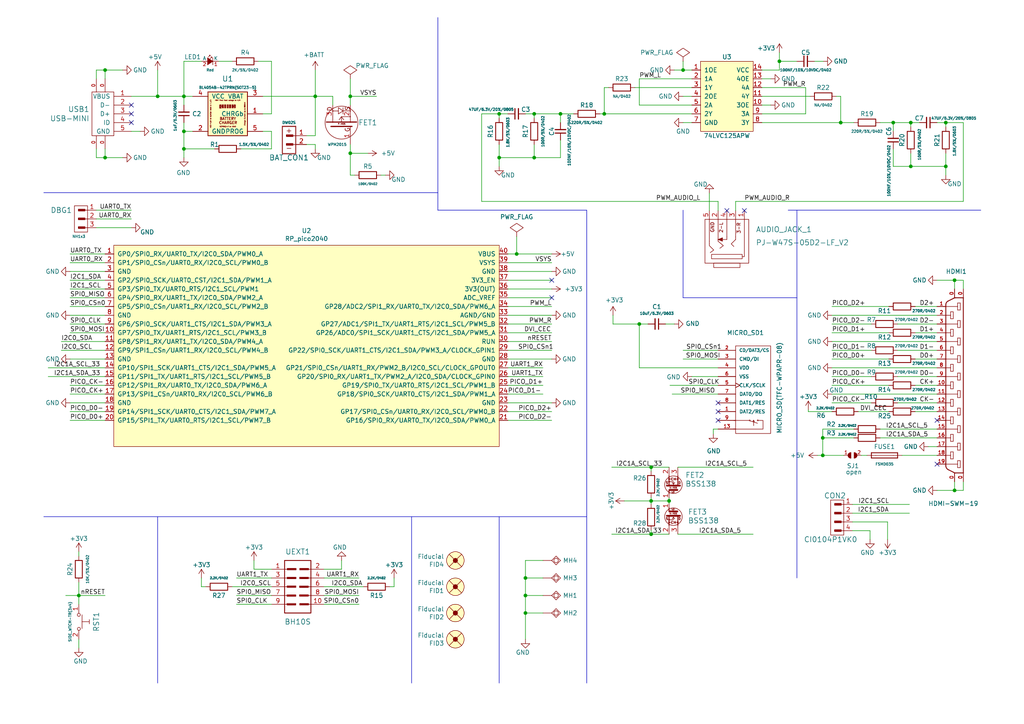
<source format=kicad_sch>
(kicad_sch (version 20230121) (generator eeschema)
  (paper "A4")
  (title_block (title "RP2040+") (date "2021-03-08") (rev "B") (company "OLIMEX, LTD") (comment 1 "(c) 2021"))
  (junction (at 101.6 27.94))
  (junction (at 264.16 48.26))
  (junction (at 144.78 45.72))
  (junction (at 149.86 73.66))
  (junction (at 101.6 44.45))
  (junction (at 22.86 172.72))
  (junction (at 243.84 35.56))
  (junction (at 274.32 35.56))
  (junction (at 188.849 154.94))
  (junction (at 152.4 172.72))
  (junction (at 152.4 167.64))
  (junction (at 30.48 45.72))
  (junction (at 194.056 145.288))
  (junction (at 226.06 17.78))
  (junction (at 162.56 33.02))
  (junction (at 188.849 145.288))
  (junction (at 185.42 93.98))
  (junction (at 188.849 135.509))
  (junction (at 175.26 33.02))
  (junction (at 238.633 132.08))
  (junction (at 276.86 142.24))
  (junction (at 198.12 20.32))
  (junction (at 259.08 35.56))
  (junction (at 154.94 33.02))
  (junction (at 30.48 20.32))
  (junction (at 276.86 81.28))
  (junction (at 154.94 45.72))
  (junction (at 53.34 43.18))
  (junction (at 144.78 33.02))
  (junction (at 45.72 27.94))
  (junction (at 274.32 48.26))
  (junction (at 264.16 35.56))
  (junction (at 53.34 27.94))
  (junction (at 238.633 127))
  (junction (at 152.4 177.8))
  (junction (at 91.44 27.94))
  (junction (at 53.34 38.1))
  (no_connect (at 208.28 121.92))
  (no_connect (at 160.02 81.28))
  (no_connect (at 208.28 116.84))
  (no_connect (at 215.9 61.087))
  (no_connect (at 160.02 86.36))
  (no_connect (at 210.82 61.087))
  (no_connect (at 38.1 35.56))
  (no_connect (at 38.1 30.48))
  (no_connect (at 271.78 121.92))
  (no_connect (at 38.1 33.02))
  (no_connect (at 271.78 134.62))
  (no_connect (at 208.28 119.38))
  (wire (pts (xy 276.86 81.28) (xy 271.78 81.28)))
  (wire (pts (xy 30.48 45.72) (xy 35.56 45.72)))
  (wire (pts (xy 271.78 96.52) (xy 265.43 96.52)))
  (wire (pts (xy 27.94 45.72) (xy 30.48 45.72)))
  (wire (pts (xy 274.32 36.83) (xy 274.32 35.56)))
  (wire (pts (xy 175.26 25.4) (xy 175.26 33.02)))
  (wire (pts (xy 193.04 93.98) (xy 195.58 93.98)))
  (wire (pts (xy 194.056 135.509) (xy 188.849 135.509)))
  (wire (pts (xy 237.109 132.08) (xy 238.633 132.08)))
  (polyline (pts (xy 170.18 60.96) (xy 127 60.96)))
  (wire (pts (xy 20.32 121.92) (xy 30.48 121.92)))
  (wire (pts (xy 147.32 88.9) (xy 160.02 88.9)))
  (wire (pts (xy 236.22 17.78) (xy 238.76 17.78)))
  (wire (pts (xy 96.52 30.48) (xy 96.52 27.94)))
  (wire (pts (xy 200.66 22.86) (xy 185.42 22.86)))
  (wire (pts (xy 147.32 101.6) (xy 160.02 101.6)))
  (wire (pts (xy 200.66 30.48) (xy 185.42 30.48)))
  (wire (pts (xy 185.42 22.86) (xy 185.42 30.48)))
  (wire (pts (xy 252.73 109.22) (xy 241.3 109.22)))
  (wire (pts (xy 147.32 83.82) (xy 160.02 83.82)))
  (wire (pts (xy 220.98 35.56) (xy 243.84 35.56)))
  (wire (pts (xy 27.94 20.32) (xy 30.48 20.32)))
  (wire (pts (xy 226.06 17.78) (xy 226.06 15.24)))
  (wire (pts (xy 101.6 41.91) (xy 101.6 44.45)))
  (wire (pts (xy 78.74 167.64) (xy 68.58 167.64)))
  (wire (pts (xy 257.81 96.52) (xy 241.3 96.52)))
  (wire (pts (xy 252.73 93.98) (xy 241.3 93.98)))
  (wire (pts (xy 30.48 20.32) (xy 35.56 20.32)))
  (wire (pts (xy 259.08 43.18) (xy 259.08 48.26)))
  (wire (pts (xy 152.4 33.02) (xy 154.94 33.02)))
  (wire (pts (xy 196.596 135.509) (xy 218.44 135.509)))
  (wire (pts (xy 226.06 20.32) (xy 226.06 17.78)))
  (wire (pts (xy 104.14 175.26) (xy 93.98 175.26)))
  (wire (pts (xy 274.32 48.26) (xy 274.32 44.45)))
  (wire (pts (xy 264.16 35.56) (xy 259.08 35.56)))
  (wire (pts (xy 53.34 27.94) (xy 45.72 27.94)))
  (wire (pts (xy 27.94 60.96) (xy 38.1 60.96)))
  (wire (pts (xy 188.849 135.509) (xy 188.849 136.652)))
  (wire (pts (xy 113.03 170.18) (xy 114.3 170.18)))
  (wire (pts (xy 152.4 177.8) (xy 152.4 185.42)))
  (polyline (pts (xy 45.72 149.86) (xy 45.72 198.12)))
  (wire (pts (xy 147.32 104.14) (xy 160.02 104.14)))
  (wire (pts (xy 58.42 17.78) (xy 53.34 17.78)))
  (wire (pts (xy 144.78 45.72) (xy 144.78 48.26)))
  (wire (pts (xy 91.44 41.91) (xy 91.44 43.18)))
  (wire (pts (xy 144.78 45.72) (xy 144.78 41.91)))
  (wire (pts (xy 30.48 101.6) (xy 17.78 101.6)))
  (wire (pts (xy 208.28 109.22) (xy 200.66 109.22)))
  (wire (pts (xy 274.32 35.56) (xy 271.78 35.56)))
  (wire (pts (xy 53.34 38.1) (xy 53.34 43.18)))
  (wire (pts (xy 106.68 44.45) (xy 101.6 44.45)))
  (wire (pts (xy 114.3 170.18) (xy 114.3 167.64)))
  (wire (pts (xy 276.86 139.7) (xy 276.86 142.24)))
  (wire (pts (xy 271.78 106.68) (xy 241.3 106.68)))
  (wire (pts (xy 20.32 116.84) (xy 30.48 116.84)))
  (wire (pts (xy 20.32 81.28) (xy 30.48 81.28)))
  (wire (pts (xy 147.32 93.98) (xy 160.02 93.98)))
  (wire (pts (xy 247.65 124.46) (xy 238.633 124.46)))
  (wire (pts (xy 185.42 93.98) (xy 187.96 93.98)))
  (wire (pts (xy 271.78 101.6) (xy 260.35 101.6)))
  (wire (pts (xy 78.74 33.02) (xy 78.74 17.78)))
  (wire (pts (xy 69.85 43.18) (xy 78.74 43.18)))
  (wire (pts (xy 198.12 27.94) (xy 200.66 27.94)))
  (wire (pts (xy 149.86 68.58) (xy 149.86 73.66)))
  (wire (pts (xy 20.32 93.98) (xy 30.48 93.98)))
  (wire (pts (xy 252.349 153.924) (xy 252.349 156.464)))
  (wire (pts (xy 188.849 146.177) (xy 188.849 145.288)))
  (wire (pts (xy 157.48 162.56) (xy 152.4 162.56)))
  (wire (pts (xy 27.94 43.18) (xy 27.94 45.72)))
  (wire (pts (xy 238.633 132.08) (xy 244.729 132.08)))
  (wire (pts (xy 27.94 66.04) (xy 38.1 66.04)))
  (wire (pts (xy 78.74 175.26) (xy 68.58 175.26)))
  (wire (pts (xy 22.86 172.72) (xy 30.48 172.72)))
  (wire (pts (xy 259.08 48.26) (xy 264.16 48.26)))
  (wire (pts (xy 78.74 172.72) (xy 68.58 172.72)))
  (wire (pts (xy 200.66 35.56) (xy 198.12 35.56)))
  (polyline (pts (xy 170.18 60.96) (xy 170.18 198.12)))
  (wire (pts (xy 188.849 144.272) (xy 188.849 145.288)))
  (wire (pts (xy 67.31 170.18) (xy 78.74 170.18)))
  (wire (pts (xy 154.94 33.02) (xy 162.56 33.02)))
  (polyline (pts (xy 198.12 86.36) (xy 231.14 86.36)))
  (wire (pts (xy 279.4 139.7) (xy 279.4 142.24)))
  (wire (pts (xy 196.596 154.94) (xy 218.44 154.94)))
  (wire (pts (xy 154.94 45.72) (xy 154.94 41.91)))
  (wire (pts (xy 99.06 165.1) (xy 99.06 162.56)))
  (wire (pts (xy 177.8 91.44) (xy 177.8 93.98)))
  (wire (pts (xy 139.7 58.42) (xy 208.28 58.42)))
  (wire (pts (xy 252.73 116.84) (xy 241.3 116.84)))
  (wire (pts (xy 274.32 48.26) (xy 274.32 50.8)))
  (wire (pts (xy 198.12 20.32) (xy 195.58 20.32)))
  (wire (pts (xy 208.28 58.42) (xy 208.28 61.087)))
  (wire (pts (xy 208.28 104.14) (xy 198.12 104.14)))
  (wire (pts (xy 91.44 20.32) (xy 91.44 27.94)))
  (wire (pts (xy 264.16 48.26) (xy 274.32 48.26)))
  (wire (pts (xy 279.4 83.82) (xy 279.4 81.28)))
  (wire (pts (xy 177.8 93.98) (xy 185.42 93.98)))
  (wire (pts (xy 58.42 167.64) (xy 58.42 170.18)))
  (wire (pts (xy 27.94 22.86) (xy 27.94 20.32)))
  (wire (pts (xy 91.44 27.94) (xy 76.2 27.94)))
  (wire (pts (xy 78.74 43.18) (xy 78.74 38.1)))
  (wire (pts (xy 259.08 35.56) (xy 255.27 35.56)))
  (wire (pts (xy 274.32 35.56) (xy 279.4 35.56)))
  (wire (pts (xy 213.36 58.42) (xy 279.4 58.42)))
  (wire (pts (xy 53.34 30.48) (xy 53.34 27.94)))
  (wire (pts (xy 271.78 99.06) (xy 241.3 99.06)))
  (wire (pts (xy 147.32 78.74) (xy 160.02 78.74)))
  (wire (pts (xy 279.4 81.28) (xy 276.86 81.28)))
  (wire (pts (xy 213.36 58.42) (xy 213.36 61.087)))
  (wire (pts (xy 208.28 106.68) (xy 185.42 106.68)))
  (wire (pts (xy 20.32 111.76) (xy 30.48 111.76)))
  (wire (pts (xy 175.26 33.02) (xy 200.66 33.02)))
  (wire (pts (xy 220.98 33.02) (xy 233.68 33.02)))
  (polyline (pts (xy 198.12 60.96) (xy 198.12 86.36)))
  (wire (pts (xy 19.05 172.72) (xy 22.86 172.72)))
  (wire (pts (xy 20.32 104.14) (xy 30.48 104.14)))
  (wire (pts (xy 175.26 25.4) (xy 176.53 25.4)))
  (wire (pts (xy 147.32 76.2) (xy 160.02 76.2)))
  (wire (pts (xy 257.81 88.9) (xy 241.3 88.9)))
  (wire (pts (xy 255.27 124.46) (xy 271.78 124.46)))
  (wire (pts (xy 20.32 83.82) (xy 30.48 83.82)))
  (wire (pts (xy 20.32 114.3) (xy 30.48 114.3)))
  (wire (pts (xy 154.94 45.72) (xy 144.78 45.72)))
  (wire (pts (xy 147.32 114.3) (xy 157.48 114.3)))
  (wire (pts (xy 259.08 35.56) (xy 259.08 38.1)))
  (wire (pts (xy 271.78 104.14) (xy 265.43 104.14)))
  (wire (pts (xy 194.31 111.76) (xy 208.28 111.76)))
  (wire (pts (xy 22.86 172.72) (xy 22.86 175.26)))
  (wire (pts (xy 264.16 36.83) (xy 264.16 35.56)))
  (wire (pts (xy 271.78 129.54) (xy 269.24 129.54)))
  (wire (pts (xy 194.056 144.399) (xy 194.056 145.288)))
  (wire (pts (xy 101.6 44.45) (xy 101.6 50.8)))
  (wire (pts (xy 242.57 27.94) (xy 243.84 27.94)))
  (wire (pts (xy 181.102 145.288) (xy 188.849 145.288)))
  (wire (pts (xy 238.633 127) (xy 238.633 132.08)))
  (wire (pts (xy 20.32 119.38) (xy 30.48 119.38)))
  (wire (pts (xy 144.78 33.02) (xy 139.7 33.02)))
  (wire (pts (xy 139.7 33.02) (xy 139.7 58.42)))
  (wire (pts (xy 154.94 34.29) (xy 154.94 33.02)))
  (wire (pts (xy 206.883 124.46) (xy 206.883 125.857)))
  (wire (pts (xy 38.1 38.1) (xy 40.64 38.1)))
  (wire (pts (xy 91.44 27.94) (xy 96.52 27.94)))
  (wire (pts (xy 20.32 76.2) (xy 30.48 76.2)))
  (wire (pts (xy 261.62 132.08) (xy 271.78 132.08)))
  (wire (pts (xy 20.32 96.52) (xy 30.48 96.52)))
  (wire (pts (xy 27.94 63.5) (xy 38.1 63.5)))
  (wire (pts (xy 243.84 27.94) (xy 243.84 35.56)))
  (wire (pts (xy 238.633 124.46) (xy 238.633 127)))
  (wire (pts (xy 78.74 17.78) (xy 74.93 17.78)))
  (wire (pts (xy 30.48 43.18) (xy 30.48 45.72)))
  (wire (pts (xy 101.6 50.8) (xy 102.87 50.8)))
  (wire (pts (xy 162.56 33.02) (xy 162.56 35.56)))
  (wire (pts (xy 220.98 30.48) (xy 223.52 30.48)))
  (wire (pts (xy 185.42 106.68) (xy 185.42 93.98)))
  (wire (pts (xy 53.34 17.78) (xy 53.34 27.94)))
  (wire (pts (xy 198.12 17.78) (xy 198.12 20.32)))
  (wire (pts (xy 162.56 45.72) (xy 154.94 45.72)))
  (polyline (pts (xy 127 5.08) (xy 127 60.96)))
  (wire (pts (xy 101.6 27.94) (xy 109.22 27.94)))
  (wire (pts (xy 78.74 38.1) (xy 76.2 38.1)))
  (wire (pts (xy 147.32 99.06) (xy 160.02 99.06)))
  (wire (pts (xy 162.56 33.02) (xy 166.37 33.02)))
  (wire (pts (xy 20.32 78.74) (xy 30.48 78.74)))
  (wire (pts (xy 208.28 101.6) (xy 198.12 101.6)))
  (wire (pts (xy 53.34 43.18) (xy 62.23 43.18)))
  (wire (pts (xy 147.32 81.28) (xy 160.02 81.28)))
  (wire (pts (xy 266.7 35.56) (xy 264.16 35.56)))
  (wire (pts (xy 149.86 73.66) (xy 160.02 73.66)))
  (wire (pts (xy 20.32 73.66) (xy 30.48 73.66)))
  (wire (pts (xy 276.86 83.82) (xy 276.86 81.28)))
  (wire (pts (xy 147.32 91.44) (xy 160.02 91.44)))
  (wire (pts (xy 220.98 20.32) (xy 226.06 20.32)))
  (wire (pts (xy 38.1 27.94) (xy 45.72 27.94)))
  (wire (pts (xy 271.78 111.76) (xy 265.43 111.76)))
  (wire (pts (xy 271.78 114.3) (xy 241.3 114.3)))
  (wire (pts (xy 188.849 154.94) (xy 177.419 154.94)))
  (wire (pts (xy 53.34 35.56) (xy 53.34 38.1)))
  (wire (pts (xy 247.269 146.304) (xy 263.779 146.304)))
  (wire (pts (xy 157.48 106.68) (xy 147.32 106.68)))
  (wire (pts (xy 144.78 34.29) (xy 144.78 33.02)))
  (wire (pts (xy 276.86 142.24) (xy 271.78 142.24)))
  (wire (pts (xy 188.849 145.288) (xy 194.056 145.288)))
  (wire (pts (xy 45.72 27.94) (xy 45.72 20.32)))
  (wire (pts (xy 91.44 39.37) (xy 91.44 27.94)))
  (wire (pts (xy 247.269 148.844) (xy 263.779 148.844)))
  (polyline (pts (xy 170.18 149.86) (xy 12.7 149.86)))
  (wire (pts (xy 271.78 116.84) (xy 260.35 116.84)))
  (wire (pts (xy 223.52 22.86) (xy 220.98 22.86)))
  (wire (pts (xy 13.97 109.22) (xy 30.48 109.22)))
  (wire (pts (xy 264.16 48.26) (xy 264.16 44.45)))
  (polyline (pts (xy 231.14 60.96) (xy 231.14 167.64)))
  (wire (pts (xy 91.44 39.37) (xy 88.9 39.37)))
  (wire (pts (xy 104.14 172.72) (xy 93.98 172.72)))
  (wire (pts (xy 22.86 185.42) (xy 22.86 187.96)))
  (wire (pts (xy 147.32 116.84) (xy 160.02 116.84)))
  (wire (pts (xy 78.74 165.1) (xy 73.66 165.1)))
  (wire (pts (xy 220.98 27.94) (xy 234.95 27.94)))
  (wire (pts (xy 184.15 25.4) (xy 200.66 25.4)))
  (wire (pts (xy 58.42 170.18) (xy 59.69 170.18)))
  (wire (pts (xy 152.4 162.56) (xy 152.4 167.64)))
  (wire (pts (xy 13.97 106.68) (xy 30.48 106.68)))
  (wire (pts (xy 243.84 35.56) (xy 247.65 35.56)))
  (wire (pts (xy 157.48 109.22) (xy 147.32 109.22)))
  (wire (pts (xy 152.4 172.72) (xy 152.4 177.8)))
  (wire (pts (xy 233.68 25.4) (xy 233.68 33.02)))
  (wire (pts (xy 248.92 119.38) (xy 257.81 119.38)))
  (polyline (pts (xy 228.6 60.96) (xy 284.48 60.96)))
  (wire (pts (xy 205.74 56.007) (xy 205.74 61.087)))
  (wire (pts (xy 22.86 160.02) (xy 22.86 161.29)))
  (wire (pts (xy 208.28 124.46) (xy 206.883 124.46)))
  (wire (pts (xy 194.056 154.94) (xy 188.849 154.94)))
  (wire (pts (xy 162.56 40.64) (xy 162.56 45.72)))
  (wire (pts (xy 93.98 170.18) (xy 105.41 170.18)))
  (wire (pts (xy 279.4 142.24) (xy 276.86 142.24)))
  (wire (pts (xy 241.3 119.38) (xy 234.442 119.38)))
  (wire (pts (xy 73.66 165.1) (xy 73.66 162.56)))
  (wire (pts (xy 147.32 96.52) (xy 160.02 96.52)))
  (wire (pts (xy 147.32 119.38) (xy 160.02 119.38)))
  (wire (pts (xy 234.442 119.38) (xy 234.442 118.872)))
  (wire (pts (xy 30.48 99.06) (xy 17.78 99.06)))
  (wire (pts (xy 55.88 38.1) (xy 53.34 38.1)))
  (wire (pts (xy 157.48 167.64) (xy 152.4 167.64)))
  (wire (pts (xy 104.14 167.64) (xy 93.98 167.64)))
  (wire (pts (xy 93.98 165.1) (xy 99.06 165.1)))
  (wire (pts (xy 30.48 22.86) (xy 30.48 20.32)))
  (wire (pts (xy 271.78 88.9) (xy 265.43 88.9)))
  (polyline (pts (xy 119.38 149.86) (xy 119.38 198.12)))
  (wire (pts (xy 271.78 119.38) (xy 265.43 119.38)))
  (wire (pts (xy 55.88 27.94) (xy 53.34 27.94)))
  (wire (pts (xy 147.32 73.66) (xy 149.86 73.66)))
  (wire (pts (xy 247.269 151.384) (xy 257.429 151.384)))
  (wire (pts (xy 147.32 86.36) (xy 160.02 86.36)))
  (wire (pts (xy 252.73 101.6) (xy 241.3 101.6)))
  (wire (pts (xy 20.32 88.9) (xy 30.48 88.9)))
  (wire (pts (xy 194.945 114.3) (xy 208.28 114.3)))
  (wire (pts (xy 257.81 104.14) (xy 241.3 104.14)))
  (wire (pts (xy 22.86 168.91) (xy 22.86 172.72)))
  (wire (pts (xy 279.4 35.56) (xy 279.4 58.42)))
  (wire (pts (xy 20.32 91.44) (xy 30.48 91.44)))
  (wire (pts (xy 67.31 17.78) (xy 63.5 17.78)))
  (wire (pts (xy 194.056 145.288) (xy 194.056 146.05)))
  (wire (pts (xy 188.849 154.94) (xy 188.849 153.797)))
  (wire (pts (xy 76.2 33.02) (xy 78.74 33.02)))
  (wire (pts (xy 147.32 121.92) (xy 160.02 121.92)))
  (wire (pts (xy 53.34 43.18) (xy 53.34 45.72)))
  (wire (pts (xy 238.633 127) (xy 247.65 127)))
  (polyline (pts (xy 144.78 149.86) (xy 144.78 198.12)))
  (wire (pts (xy 271.78 93.98) (xy 260.35 93.98)))
  (wire (pts (xy 226.06 17.78) (xy 231.14 17.78)))
  (wire (pts (xy 20.32 86.36) (xy 30.48 86.36)))
  (wire (pts (xy 173.99 33.02) (xy 175.26 33.02)))
  (wire (pts (xy 157.48 177.8) (xy 152.4 177.8)))
  (wire (pts (xy 188.849 135.509) (xy 177.419 135.509)))
  (wire (pts (xy 255.27 127) (xy 271.78 127)))
  (wire (pts (xy 271.78 91.44) (xy 241.3 91.44)))
  (wire (pts (xy 157.48 111.76) (xy 147.32 111.76)))
  (wire (pts (xy 144.78 33.02) (xy 147.32 33.02)))
  (wire (pts (xy 247.269 153.924) (xy 252.349 153.924)))
  (wire (pts (xy 220.98 25.4) (xy 233.68 25.4)))
  (wire (pts (xy 200.66 20.32) (xy 198.12 20.32)))
  (wire (pts (xy 257.429 151.384) (xy 257.429 156.464)))
  (wire (pts (xy 249.809 132.08) (xy 251.46 132.08)))
  (polyline (pts (xy 127 55.88) (xy 12.7 55.88)))
  (wire (pts (xy 157.48 172.72) (xy 152.4 172.72)))
  (wire (pts (xy 101.6 30.48) (xy 101.6 27.94)))
  (wire (pts (xy 101.6 22.86) (xy 101.6 27.94)))
  (wire (pts (xy 257.81 111.76) (xy 241.3 111.76)))
  (wire (pts (xy 271.78 109.22) (xy 260.35 109.22)))
  (wire (pts (xy 88.9 41.91) (xy 91.44 41.91)))
  (wire (pts (xy 152.4 167.64) (xy 152.4 172.72)))
  (wire (pts (xy 110.49 50.8) (xy 111.76 50.8)))
  (label "PICO_D0-" (at 241.3 109.22 0))
  (label "D1-" (at 266.7 101.6 0))
  (label "UART1_TX" (at 157.48 109.22 180))
  (label "I2C1A_SDA_33" (at 15.621 109.22 0))
  (label "I2C1A_SCL_33" (at 178.689 135.509 0))
  (label "UART0_TX" (at 20.32 73.66 0))
  (label "D1+" (at 266.7 96.52 0))
  (label "UART1_RX" (at 157.48 106.68 180))
  (label "UART1_TX" (at 68.58 167.64 0))
  (label "UART0_RX" (at 38.1 63.5 180))
  (label "PWM_AUDIO_L" (at 203.2 58.42 180))
  (label "PWM_R" (at 233.68 25.4 180))
  (label "I2C0_SDA" (at 17.78 99.06 0))
  (label "PICO_D1+" (at 241.3 96.52 0))
  (label "SPI0_CSn0" (at 20.32 88.9 0))
  (label "CK+" (at 266.7 111.76 0))
  (label "PICO_D1+" (at 157.48 111.76 180))
  (label "UART1_RX" (at 104.14 167.64 180))
  (label "SPI0_CSn1" (at 150.241 101.6 0))
  (label "I2C0_SCL" (at 17.78 101.6 0))
  (label "I2C1A_SCL_5" (at 204.47 135.509 0))
  (label "D0-" (at 266.7 109.22 0))
  (label "SPI0_MISO" (at 68.58 172.72 0))
  (label "SPI0_MISO" (at 197.358 114.3 0))
  (label "SPI0_CSn0" (at 104.14 175.26 180))
  (label "PICO_D1-" (at 156.972 114.3 180))
  (label "CK-" (at 266.7 116.84 0))
  (label "SPI0_MOSI" (at 198.882 104.14 0))
  (label "PICO_D2+" (at 241.3 88.9 0))
  (label "PICO_CK-" (at 241.3 116.84 0))
  (label "PICO_D2-" (at 160.02 121.92 180))
  (label "PICO_CK+" (at 20.32 114.3 0))
  (label "I2C0_SCL" (at 78.613 170.18 180))
  (label "PICO_D2-" (at 241.3 93.98 0))
  (label "VSYS" (at 160.02 76.2 180))
  (label "UART0_TX" (at 38.1 60.96 180))
  (label "I2C1A_SDA_33" (at 178.435 154.94 0))
  (label "I2C1_SCL" (at 248.92 146.304 0))
  (label "SPI0_CLK" (at 199.644 111.76 0))
  (label "D2-" (at 266.7 93.98 0))
  (label "SPI0_MISO" (at 20.32 86.36 0))
  (label "SPI0_MOSI" (at 20.32 96.52 0))
  (label "I2C1_SDA" (at 20.32 81.28 0))
  (label "DVI_CEC" (at 152.019 96.52 0))
  (label "PICO_D1-" (at 241.3 101.6 0))
  (label "SPI0_MOSI" (at 104.14 172.72 180))
  (label "SPI0_CSn1" (at 199.009 101.6 0))
  (label "I2C1_SDA" (at 257.81 148.844 180))
  (label "I2C1A_SDA_5" (at 256.921 127 0))
  (label "D0+" (at 266.7 104.14 0))
  (label "VSYS" (at 109.22 27.94 180))
  (label "PICO_D0+" (at 20.32 121.92 0))
  (label "PICO_CK+" (at 241.3 111.76 0))
  (label "DVI_CEC" (at 249.428 119.38 0))
  (label "I2C1_SCL" (at 20.32 83.82 0))
  (label "UART0_RX" (at 20.32 76.2 0))
  (label "PICO_D0-" (at 20.32 119.38 0))
  (label "SPI0_CLK" (at 68.58 175.26 0))
  (label "I2C0_SDA" (at 105.156 170.18 180))
  (label "I2C1A_SCL_5" (at 256.921 124.46 0))
  (label "D2+" (at 266.7 88.9 0))
  (label "PWM_R" (at 160.02 93.98 180))
  (label "I2C1A_SDA_5" (at 202.692 154.94 0))
  (label "PICO_D0+" (at 241.3 104.14 0))
  (label "PICO_D2+" (at 160.02 119.38 180))
  (label "nRESET" (at 160.02 99.06 180))
  (label "I2C1A_SCL_33" (at 15.621 106.68 0))
  (label "SPI0_CLK" (at 20.32 93.98 0))
  (label "nRESET" (at 30.48 172.72 180))
  (label "PWM_L" (at 185.42 22.86 0))
  (label "PWM_L" (at 160.02 88.9 180))
  (label "PICO_CK-" (at 20.32 111.76 0))
  (label "PWM_AUDIO_R" (at 215.9 58.42 0))
  (symbol (lib_id "RP2040-PICO-PC_rev_B-rescue:MICRO_SD(TFC-WPAPR-08)-OLIMEX_Connectors") (at 215.9 114.3 0) (unit 1)
    (property "Reference" "MICRO_SD1" (at 210.82 96.52 0) (effects (justify left)))
    (property "Value" "MICRO_SD(TFC-WPAPR-08)" (at 226.06 125.73 90) (effects (justify left)))
    (property "Footprint" "OLIMEX_Connectors-FP:TFC-WPAPR-08" (effects hide))
  )
  (symbol (lib_id "RP2040-PICO-PC_rev_B-rescue:GND-OLIMEX_Power") (at 200.66 109.22 270) (unit 1)
    (property "Reference" "#PWR010" (effects hide))
    (property "Value" "GND" (at 197.4088 109.347 90) (effects (justify right)))
  )
  (symbol (lib_id "RP2040-PICO-PC_rev_B-rescue:C-OLIMEX_RCL") (at 190.5 93.98 270) (unit 1)
    (property "Reference" "C1" (at 190.5 88.9762 90))
    (property "Value" "10uF/6.3V/0603" (at 190.5 90.9066 90) (effects (font (size 0.762 0.762))))
    (property "Footprint" "OLIMEX_RLC-FP:C_0603_5MIL_DWS" (effects hide))
  )
  (symbol (lib_id "RP2040-PICO-PC_rev_B-rescue:+3.3V-OLIMEX_Power") (at 177.8 91.44 0) (unit 1)
    (property "Reference" "#PWR04" (effects hide))
    (property "Value" "+3.3V" (at 178.181 87.0458 0))
  )
  (symbol (lib_id "RP2040-PICO-PC_rev_B-rescue:Fiducial-OLIMEX_OTHER") (at 132.08 185.42 180) (unit 1)
    (property "Reference" "FID3" (at 128.8288 186.5884 0) (effects (justify left)))
    (property "Value" "Fiducial" (at 128.8288 184.277 0) (effects (justify left)))
    (property "Footprint" "OLIMEX_Other-FP:Fiducial1x3" (effects hide))
  )
  (symbol (lib_id "RP2040-PICO-PC_rev_B-rescue:R-OLIMEX_RCL") (at 256.54 109.22 0) (unit 1)
    (property "Reference" "R9" (at 252.73 107.95 0))
    (property "Value" "270R/0402" (at 262.89 107.95 0) (effects (font (size 0.762 0.762))))
    (property "Footprint" "OLIMEX_RLC-FP:R_0402_5MIL_DWS" (effects hide))
  )
  (symbol (lib_id "RP2040-PICO-PC_rev_B-rescue:Fiducial-OLIMEX_OTHER") (at 132.08 177.8 180) (unit 1)
    (property "Reference" "FID2" (at 128.8288 178.9684 0) (effects (justify left)))
    (property "Value" "Fiducial" (at 128.8288 176.657 0) (effects (justify left)))
    (property "Footprint" "OLIMEX_Other-FP:Fiducial1x3" (effects hide))
  )
  (symbol (lib_id "RP2040-PICO-PC_rev_B-rescue:Fiducial-OLIMEX_OTHER") (at 132.08 170.18 180) (unit 1)
    (property "Reference" "FID1" (at 128.8288 171.3484 0) (effects (justify left)))
    (property "Value" "Fiducial" (at 128.8288 169.037 0) (effects (justify left)))
    (property "Footprint" "OLIMEX_Other-FP:Fiducial1x3" (effects hide))
  )
  (symbol (lib_id "RP2040-PICO-PC_rev_B-rescue:R-OLIMEX_RCL") (at 261.62 104.14 0) (unit 1)
    (property "Reference" "R13" (at 256.54 105.41 0))
    (property "Value" "270R/0402" (at 267.97 105.41 0) (effects (font (size 0.762 0.762))))
    (property "Footprint" "OLIMEX_RLC-FP:R_0402_5MIL_DWS" (effects hide))
  )
  (symbol (lib_id "RP2040-PICO-PC_rev_B-rescue:GND-OLIMEX_Power") (at 195.58 93.98 90) (unit 1)
    (property "Reference" "#PWR011" (effects hide))
    (property "Value" "GND" (at 198.8312 93.853 90) (effects (justify right)))
  )
  (symbol (lib_id "RP2040-PICO-PC_rev_B-rescue:GND-OLIMEX_Power") (at 198.12 27.94 270) (mirror x) (unit 1)
    (property "Reference" "#PWR0107" (effects hide))
    (property "Value" "GND" (at 193.04 27.94 90))
  )
  (symbol (lib_id "RP2040-PICO-PC_rev_B-rescue:BH10S-OLIMEX_Connectors") (at 86.36 170.18 0) (unit 1)
    (property "Reference" "UEXT1" (at 86.36 160.02 0) (effects (font (size 1.524 1.524))))
    (property "Value" "BH10S" (at 86.36 180.34 0) (effects (font (size 1.524 1.524))))
    (property "Footprint" "OLIMEX_Connectors-FP:BH10S" (effects hide))
  )
  (symbol (lib_id "RP2040-PICO-PC_rev_B-rescue:R-OLIMEX_RCL") (at 256.54 116.84 0) (unit 1)
    (property "Reference" "R10" (at 252.603 115.062 0))
    (property "Value" "270R/0402" (at 262.509 115.824 0) (effects (font (size 0.762 0.762))))
    (property "Footprint" "OLIMEX_RLC-FP:R_0402_5MIL_DWS" (effects hide))
  )
  (symbol (lib_id "RP2040-PICO-PC_rev_B-rescue:74LVC125APW-OLIMEX_IC") (at 210.82 25.4 0) (unit 1)
    (property "Reference" "U3" (at 210.82 16.51 0))
    (property "Value" "74LVC125APW" (at 210.82 39.37 0))
    (property "Footprint" "OLIMEX_IC-FP:74LVC125A(TSSOP14-14_leads-4.4mm_body_width-SOT402-1)" (effects hide))
  )
  (symbol (lib_id "RP2040-PICO-PC_rev_B-rescue:CON3-OLIMEX_Connectors") (at 25.4 63.5 0) (unit 1)
    (property "Reference" "DBG1" (at 17.78 60.96 0) (effects (font (size 1.524 1.524))))
    (property "Value" "NH1x3" (at 22.86 68.58 0) (effects (font (size 0.762 0.762))))
    (property "Footprint" "OLIMEX_Connectors-FP:HN1x3" (effects hide))
  )
  (symbol (lib_id "RP2040-PICO-PC_rev_B-rescue:+3.3V-OLIMEX_Power") (at 226.06 15.24 0) (unit 1)
    (property "Reference" "#PWR032" (effects hide))
    (property "Value" "+3.3V" (at 222.25 13.97 0))
  )
  (symbol (lib_id "RP2040-PICO-PC_rev_B-rescue:GND-OLIMEX_Power") (at 198.12 35.56 270) (mirror x) (unit 1)
    (property "Reference" "#PWR031" (effects hide))
    (property "Value" "GND" (at 198.12 38.1 90))
  )
  (symbol (lib_id "RP2040-PICO-PC_rev_B-rescue:GND-OLIMEX_Power") (at 195.58 20.32 270) (mirror x) (unit 1)
    (property "Reference" "#PWR0108" (effects hide))
    (property "Value" "GND" (at 190.5 20.32 90))
  )
  (symbol (lib_id "RP2040-PICO-PC_rev_B-rescue:HDMI-SWM-19-OLIMEX_Connectors") (at 276.86 111.76 0) (mirror y) (unit 1)
    (property "Reference" "HDMI1" (at 274.32 78.74 0) (effects (justify right)))
    (property "Value" "HDMI-SWM-19" (at 269.24 146.05 0) (effects (justify right)))
    (property "Footprint" "OLIMEX_Connectors-FP:HDMI-SWM-19-TEST" (effects hide))
  )
  (symbol (lib_id "RP2040-PICO-PC_rev_B-rescue:+3.3V-OLIMEX_Power") (at 73.66 162.56 0) (unit 1)
    (property "Reference" "#PWR028" (effects hide))
    (property "Value" "+3.3V" (at 73.66 158.75 0))
  )
  (symbol (lib_id "RP2040-PICO-PC_rev_B-rescue:R-OLIMEX_RCL") (at 261.62 88.9 0) (unit 1)
    (property "Reference" "R11" (at 256.54 90.17 0))
    (property "Value" "270R/0402" (at 267.97 90.17 0) (effects (font (size 0.762 0.762))))
    (property "Footprint" "OLIMEX_RLC-FP:R_0402_5MIL_DWS" (effects hide))
  )
  (symbol (lib_id "RP2040-PICO-PC_rev_B-rescue:GND-OLIMEX_Power") (at 241.3 114.3 270) (mirror x) (unit 1)
    (property "Reference" "#PWR022" (effects hide))
    (property "Value" "GND" (at 242.57 113.157 90))
  )
  (symbol (lib_id "RP2040-PICO-PC_rev_B-rescue:GND-OLIMEX_Power") (at 269.24 129.54 270) (mirror x) (unit 1)
    (property "Reference" "#PWR024" (effects hide))
    (property "Value" "GND" (at 264.16 129.54 90))
  )
  (symbol (lib_id "RP2040-PICO-PC_rev_B-rescue:GND-OLIMEX_Power") (at 241.3 106.68 270) (mirror x) (unit 1)
    (property "Reference" "#PWR021" (effects hide))
    (property "Value" "GND" (at 236.22 106.68 90))
  )
  (symbol (lib_id "RP2040-PICO-PC_rev_B-rescue:GND-OLIMEX_Power") (at 241.3 99.06 270) (mirror x) (unit 1)
    (property "Reference" "#PWR020" (effects hide))
    (property "Value" "GND" (at 236.22 99.06 90))
  )
  (symbol (lib_id "RP2040-PICO-PC_rev_B-rescue:GND-OLIMEX_Power") (at 160.02 91.44 90) (mirror x) (unit 1)
    (property "Reference" "#PWR027" (effects hide))
    (property "Value" "GND" (at 165.1 91.44 90))
  )
  (symbol (lib_id "RP2040-PICO-PC_rev_B-rescue:GND-OLIMEX_Power") (at 241.3 91.44 270) (mirror x) (unit 1)
    (property "Reference" "#PWR019" (effects hide))
    (property "Value" "GND" (at 236.22 91.44 90))
  )
  (symbol (lib_id "RP2040-PICO-PC_rev_B-rescue:GND-OLIMEX_Power") (at 271.78 81.28 270) (mirror x) (unit 1)
    (property "Reference" "#PWR025" (effects hide))
    (property "Value" "GND" (at 266.7 81.28 90))
  )
  (symbol (lib_id "RP2040-PICO-PC_rev_B-rescue:R-OLIMEX_RCL") (at 256.54 93.98 0) (unit 1)
    (property "Reference" "R7" (at 252.73 92.71 0))
    (property "Value" "270R/0402" (at 262.89 92.71 0) (effects (font (size 0.762 0.762))))
    (property "Footprint" "OLIMEX_RLC-FP:R_0402_5MIL_DWS" (effects hide))
  )
  (symbol (lib_id "RP2040-PICO-PC_rev_B-rescue:GND-OLIMEX_Power") (at 99.06 162.56 180) (unit 1)
    (property "Reference" "#PWR029" (effects hide))
    (property "Value" "GND" (at 96.52 158.75 0) (effects (justify right)))
  )
  (symbol (lib_id "RP2040-PICO-PC_rev_B-rescue:C-OLIMEX_RCL") (at 233.68 17.78 90) (mirror x) (unit 1)
    (property "Reference" "C5" (at 233.68 15.24 90))
    (property "Value" "100NF/10%/10VDC/0402" (at 233.68 20.32 90) (effects (font (size 0.762 0.762))))
    (property "Footprint" "OLIMEX_RLC-FP:C_0402_5MIL_DWS" (effects hide))
  )
  (symbol (lib_id "RP2040-PICO-PC_rev_B-rescue:GND-OLIMEX_Power") (at 223.52 22.86 90) (mirror x) (unit 1)
    (property "Reference" "#PWR0110" (effects hide))
    (property "Value" "GND" (at 228.6 22.86 90))
  )
  (symbol (lib_id "RP2040-PICO-PC_rev_B-rescue:GND-OLIMEX_Power") (at 271.78 142.24 270) (mirror x) (unit 1)
    (property "Reference" "#PWR026" (effects hide))
    (property "Value" "GND" (at 266.7 142.24 90))
  )
  (symbol (lib_id "RP2040-PICO-PC_rev_B-rescue:R-OLIMEX_RCL") (at 170.18 33.02 0) (unit 1)
    (property "Reference" "R18" (at 170.18 30.48 0))
    (property "Value" "220R/5%/0402" (at 170.18 35.56 0) (effects (font (size 0.762 0.762))))
    (property "Footprint" "OLIMEX_RLC-FP:R_0402_5MIL_DWS" (effects hide))
  )
  (symbol (lib_id "RP2040-PICO-PC_rev_B-rescue:R-OLIMEX_RCL") (at 261.62 96.52 0) (unit 1)
    (property "Reference" "R12" (at 256.54 97.79 0))
    (property "Value" "270R/0402" (at 267.97 97.79 0) (effects (font (size 0.762 0.762))))
    (property "Footprint" "OLIMEX_RLC-FP:R_0402_5MIL_DWS" (effects hide))
  )
  (symbol (lib_id "RP2040-PICO-PC_rev_B-rescue:GND-OLIMEX_Power") (at 223.52 30.48 90) (mirror x) (unit 1)
    (property "Reference" "#PWR0109" (effects hide))
    (property "Value" "GND" (at 228.6 30.48 90))
  )
  (symbol (lib_id "RP2040-PICO-PC_rev_B-rescue:R-OLIMEX_RCL") (at 256.54 101.6 0) (unit 1)
    (property "Reference" "R8" (at 252.73 100.33 0))
    (property "Value" "270R/0402" (at 262.89 100.33 0) (effects (font (size 0.762 0.762))))
    (property "Footprint" "OLIMEX_RLC-FP:R_0402_5MIL_DWS" (effects hide))
  )
  (symbol (lib_id "RP2040-PICO-PC_rev_B-rescue:GND-OLIMEX_Power") (at 20.32 78.74 270) (mirror x) (unit 1)
    (property "Reference" "#PWR012" (effects hide))
    (property "Value" "GND" (at 15.24 78.74 90))
  )
  (symbol (lib_id "RP2040-PICO-PC_rev_B-rescue:+5V-OLIMEX_Power") (at 160.02 73.66 270) (mirror x) (unit 1)
    (property "Reference" "#PWR03" (effects hide))
    (property "Value" "+5V" (at 162.56 73.66 90) (effects (justify left)))
  )
  (symbol (lib_id "RP2040-PICO-PC_rev_B-rescue:FSMD035-OLIMEX_Devices") (at 256.54 132.08 0) (unit 1)
    (property "Reference" "FUSE1" (at 256.54 129.54 0))
    (property "Value" "FSMD035" (at 256.54 134.62 0) (effects (font (size 0.762 0.762))))
    (property "Footprint" "OLIMEX_Devices-FP:FUSE-1206" (effects hide))
  )
  (symbol (lib_id "RP2040-PICO-PC_rev_B-rescue:C-OLIMEX_RCL") (at 162.56 38.1 0) (mirror x) (unit 1)
    (property "Reference" "C4" (at 160.02 38.1 90))
    (property "Value" "100NF/10%/10VDC/0402" (at 165.1 40.64 90) (effects (font (size 0.762 0.762))))
    (property "Footprint" "OLIMEX_RLC-FP:C_0402_5MIL_DWS" (effects hide))
  )
  (symbol (lib_id "RP2040-PICO-PC_rev_B-rescue:R-OLIMEX_RCL") (at 261.62 111.76 0) (unit 1)
    (property "Reference" "R14" (at 256.54 113.03 0))
    (property "Value" "270R/0402" (at 267.97 113.03 0) (effects (font (size 0.762 0.762))))
    (property "Footprint" "OLIMEX_RLC-FP:R_0402_5MIL_DWS" (effects hide))
  )
  (symbol (lib_id "RP2040-PICO-PC_rev_B-rescue:+5V-OLIMEX_Power") (at 237.109 132.08 90) (mirror x) (unit 1)
    (property "Reference" "#PWR023" (effects hide))
    (property "Value" "+5V" (at 233.299 132.08 90) (effects (justify left)))
  )
  (symbol (lib_id "RP2040-PICO-PC_rev_B-rescue:GND-OLIMEX_Power") (at 20.32 91.44 270) (mirror x) (unit 1)
    (property "Reference" "#PWR013" (effects hide))
    (property "Value" "GND" (at 15.24 91.44 90))
  )
  (symbol (lib_id "RP2040-PICO-PC_rev_B-rescue:GND-OLIMEX_Power") (at 20.32 116.84 270) (mirror x) (unit 1)
    (property "Reference" "#PWR015" (effects hide))
    (property "Value" "GND" (at 15.24 116.84 90))
  )
  (symbol (lib_id "RP2040-PICO-PC_rev_B-rescue:GND-OLIMEX_Power") (at 20.32 104.14 270) (mirror x) (unit 1)
    (property "Reference" "#PWR014" (effects hide))
    (property "Value" "GND" (at 15.24 104.14 90))
  )
  (symbol (lib_id "RP2040-PICO-PC_rev_B-rescue:USB-MINI-OLIMEX_Connectors") (at 30.48 33.02 0) (mirror y) (unit 1)
    (property "Reference" "USB1" (at 25.9842 31.6738 0) (effects (font (size 1.524 1.524)) (justify left)))
    (property "Value" "USB-MINI" (at 25.9842 34.3662 0) (effects (font (size 1.524 1.524)) (justify left)))
    (property "Footprint" "OLIMEX_Connectors-FP:USB-MICRO_MISB-SWMM-5B_LF" (effects hide))
  )
  (symbol (lib_id "RP2040-PICO-PC_rev_B-rescue:R-OLIMEX_RCL") (at 154.94 38.1 270) (mirror x) (unit 1)
    (property "Reference" "R17" (at 152.4 38.1 0))
    (property "Value" "100R/5%/0402" (at 157.48 38.1 0) (effects (font (size 0.762 0.762))))
    (property "Footprint" "OLIMEX_RLC-FP:R_0402_5MIL_DWS" (effects hide))
  )
  (symbol (lib_id "RP2040-PICO-PC_rev_B-rescue:GND-OLIMEX_Power") (at 160.02 104.14 90) (mirror x) (unit 1)
    (property "Reference" "#PWR017" (effects hide))
    (property "Value" "GND" (at 165.1 104.14 90))
  )
  (symbol (lib_id "RP2040-PICO-PC_rev_B-rescue:R-OLIMEX_RCL") (at 144.78 38.1 270) (mirror x) (unit 1)
    (property "Reference" "R16" (at 142.24 38.1 0))
    (property "Value" "1.8K/5%/0603 " (at 147.32 38.1 0) (effects (font (size 0.762 0.762))))
    (property "Footprint" "OLIMEX_RLC-FP:R_0603_5MIL_DWS" (effects hide))
  )
  (symbol (lib_id "RP2040-PICO-PC_rev_B-rescue:GND-OLIMEX_Power") (at 160.02 116.84 90) (mirror x) (unit 1)
    (property "Reference" "#PWR018" (effects hide))
    (property "Value" "GND" (at 165.1 116.84 90))
  )
  (symbol (lib_id "RP2040-PICO-PC_rev_B-rescue:+3.3V-OLIMEX_Power") (at 160.02 83.82 270) (unit 1)
    (property "Reference" "#PWR0111" (effects hide))
    (property "Value" "+3.3V" (at 166.37 83.82 90))
  )
  (symbol (lib_id "RP2040-PICO-PC_rev_B-rescue:GND-OLIMEX_Power") (at 160.02 78.74 90) (mirror x) (unit 1)
    (property "Reference" "#PWR016" (effects hide))
    (property "Value" "GND" (at 165.1 78.74 90))
  )
  (symbol (lib_id "RP2040-PICO-PC_rev_B-rescue:C-OLIMEX_RCL") (at 149.86 33.02 90) (mirror x) (unit 1)
    (property "Reference" "C3" (at 151.13 31.75 90) (effects (justify right)))
    (property "Value" "47UF/6.3V/20%/0805" (at 135.89 31.75 90) (effects (font (size 0.762 0.762)) (justify right)))
    (property "Footprint" "OLIMEX_RLC-FP:C_0805_5MIL_DWS" (effects hide))
  )
  (symbol (lib_id "RP2040-PICO-PC_rev_B-rescue:GND-OLIMEX_Power") (at 38.1 66.04 90) (unit 1)
    (property "Reference" "#PWR037" (effects hide))
    (property "Value" "GND" (at 40.64 67.31 90) (effects (justify right)))
  )
  (symbol (lib_id "RP2040-PICO-PC_rev_B-rescue:GND-OLIMEX_Power") (at 144.78 48.26 0) (mirror y) (unit 1)
    (property "Reference" "#PWR030" (effects hide))
    (property "Value" "GND" (at 147.32 50.8 0))
  )
  (symbol (lib_id "RP2040-PICO-PC_rev_B-rescue:SIDE_WTCM-TR(3x4)-OLIMEX_Buttons") (at 22.86 180.34 270) (unit 1)
    (property "Reference" "RST1" (at 27.94 180.34 0) (effects (font (size 1.524 1.524))))
    (property "Value" "SIDE_WTCM-TR(3x4)" (at 20.32 180.34 0) (effects (font (size 0.762 0.762))))
    (property "Footprint" "OLIMEX_Buttons-FP:TSW34-W16PR-220" (effects hide))
  )
  (symbol (lib_id "RP2040-PICO-PC_rev_B-rescue:R-OLIMEX_RCL") (at 22.86 165.1 270) (unit 1)
    (property "Reference" "R24" (at 20.32 165.1 0))
    (property "Value" "10K/5%/0402" (at 25.4 165.1 0) (effects (font (size 0.762 0.762))))
    (property "Footprint" "OLIMEX_RLC-FP:R_0402_5MIL_DWS" (effects hide))
  )
  (symbol (lib_id "RP2040-PICO-PC_rev_B-rescue:CON4-OLIMEX_Connectors") (at 244.729 148.844 0) (unit 1)
    (property "Reference" "CON2" (at 242.189 143.764 0) (effects (font (size 1.524 1.524))))
    (property "Value" "CI0104P1VK0" (at 240.919 156.464 0) (effects (font (size 1.524 1.524))))
    (property "Footprint" "OLIMEX_Connectors-FP:CL0104PV1K0" (effects hide))
  )
  (symbol (lib_id "RP2040-PICO-PC_rev_B-rescue:GND-OLIMEX_Power") (at 22.86 187.96 0) (unit 1)
    (property "Reference" "#PWR036" (effects hide))
    (property "Value" "GND" (at 25.4 191.77 0) (effects (justify right)))
  )
  (symbol (lib_id "RP2040-PICO-PC_rev_B-rescue:+3.3V-OLIMEX_Power") (at 22.86 160.02 0) (unit 1)
    (property "Reference" "#PWR035" (effects hide))
    (property "Value" "+3.3V" (at 22.86 156.21 0))
  )
  (symbol (lib_id "RP2040-PICO-PC_rev_B-rescue:GND-OLIMEX_Power") (at 252.349 156.464 0) (unit 1)
    (property "Reference" "#PWR038" (effects hide))
    (property "Value" "GND" (at 253.619 160.274 0) (effects (justify right)))
  )
  (symbol (lib_id "RP2040-PICO-PC_rev_B-rescue:Mounting_hole_Shield_3.3mm-OLIMEX_OTHER") (at 160.02 162.56 0) (unit 1)
    (property "Reference" "MH4" (at 163.2712 162.56 0) (effects (justify left)))
    (property "Value" "Mounting_hole_Shield_3.3mm" (effects hide))
    (property "Footprint" "OLIMEX_Other-FP:Mounting_hole_Shield_3.3mm" (effects hide))
  )
  (symbol (lib_id "RP2040-PICO-PC_rev_B-rescue:Mounting_hole_Shield_3.3mm-OLIMEX_OTHER") (at 160.02 167.64 0) (unit 1)
    (property "Reference" "MH3" (at 163.2712 167.64 0) (effects (justify left)))
    (property "Value" "Mounting_hole_Shield_3.3mm" (effects hide))
    (property "Footprint" "OLIMEX_Other-FP:Mounting_hole_Shield_3.3mm" (effects hide))
  )
  (symbol (lib_id "RP2040-PICO-PC_rev_B-rescue:Mounting_hole_Shield_3.3mm-OLIMEX_OTHER") (at 160.02 172.72 0) (unit 1)
    (property "Reference" "MH1" (at 163.2712 172.72 0) (effects (justify left)))
    (property "Value" "Mounting_hole_Shield_3.3mm" (effects hide))
    (property "Footprint" "OLIMEX_Other-FP:Mounting_hole_Shield_3.3mm" (effects hide))
  )
  (symbol (lib_id "RP2040-PICO-PC_rev_B-rescue:Mounting_hole_Shield_3.3mm-OLIMEX_OTHER") (at 160.02 177.8 0) (unit 1)
    (property "Reference" "MH2" (at 163.2712 177.8 0) (effects (justify left)))
    (property "Value" "Mounting_hole_Shield_3.3mm" (effects hide))
    (property "Footprint" "OLIMEX_Other-FP:Mounting_hole_Shield_3.3mm" (effects hide))
  )
  (symbol (lib_id "RP2040-PICO-PC_rev_B-rescue:R-OLIMEX_RCL") (at 238.76 27.94 180) (unit 1)
    (property "Reference" "R22" (at 238.76 25.4 0))
    (property "Value" "NA/0402" (at 238.76 30.48 0) (effects (font (size 0.762 0.762))))
    (property "Footprint" "OLIMEX_RLC-FP:R_0402_5MIL_DWS" (effects hide))
  )
  (symbol (lib_id "RP2040-PICO-PC_rev_B-rescue:R-OLIMEX_RCL") (at 180.34 25.4 0) (unit 1)
    (property "Reference" "R23" (at 180.34 22.86 0))
    (property "Value" "NA/0402" (at 180.34 27.94 0) (effects (font (size 0.762 0.762))))
    (property "Footprint" "OLIMEX_RLC-FP:R_0402_5MIL_DWS" (effects hide))
  )
  (symbol (lib_id "RP2040-PICO-PC_rev_B-rescue:RP_pico2040-OLIMEX_Cases") (at 81.28 99.06 0) (unit 1)
    (property "Reference" "U2" (at 88.9 66.929 0))
    (property "Value" "RP_pico2040" (at 88.9 69.2404 0))
    (property "Footprint" "OLIMEX_Cases-FP:RP_Pico2040" (effects hide))
  )
  (symbol (lib_id "RP2040-PICO-PC_rev_B-rescue:GND-OLIMEX_Power") (at 152.4 185.42 0) (unit 1)
    (property "Reference" "#PWR041" (effects hide))
    (property "Value" "GND" (at 153.67 189.23 0) (effects (justify right)))
  )
  (symbol (lib_id "RP2040-PICO-PC_rev_B-rescue:GND-OLIMEX_Power") (at 238.76 17.78 90) (mirror x) (unit 1)
    (property "Reference" "#PWR033" (effects hide))
    (property "Value" "GND" (at 243.84 17.78 90))
  )
  (symbol (lib_id "RP2040-PICO-PC_rev_B-rescue:+3.3V-OLIMEX_Power") (at 257.429 156.464 180) (unit 1)
    (property "Reference" "#PWR039" (effects hide))
    (property "Value" "+3.3V" (at 257.429 160.274 0))
  )
  (symbol (lib_id "RP2040-PICO-PC_rev_B-rescue:BL4054B-42TPRN(SOT23-5)-OLIMEX_IC") (at 66.04 33.02 0) (unit 1)
    (property "Reference" "U1" (at 66.04 22.86 0) (effects (font (size 1.524 1.524))))
    (property "Value" "BL4054B-42TPRN(SOT23-5)" (at 66.04 25.4 0) (effects (font (size 0.762 0.762))))
    (property "Footprint" "OLIMEX_IC-FP:SOT-23-5" (effects hide))
    (property "Note" "PB-Free" (effects hide))
  )
  (symbol (lib_id "RP2040-PICO-PC_rev_B-rescue:+5V-OLIMEX_Power") (at 45.72 20.32 0) (mirror y) (unit 1)
    (property "Reference" "#PWR01" (effects hide))
    (property "Value" "+5V" (at 46.99 16.51 0) (effects (justify left)))
  )
  (symbol (lib_id "RP2040-PICO-PC_rev_B-rescue:C-OLIMEX_RCL") (at 53.34 33.02 0) (mirror x) (unit 1)
    (property "Reference" "C2" (at 58.42 33.02 0) (effects (justify right)))
    (property "Value" "1uF/6.3V/0603" (at 50.8 38.1 90) (effects (font (size 0.762 0.762)) (justify right)))
    (property "Footprint" "OLIMEX_RLC-FP:C_0603_5MIL_DWS" (effects hide))
  )
  (symbol (lib_id "RP2040-PICO-PC_rev_B-rescue:GND-OLIMEX_Power") (at 53.34 45.72 0) (mirror y) (unit 1)
    (property "Reference" "#PWR02" (effects hide))
    (property "Value" "GND" (at 53.213 50.1142 0))
  )
  (symbol (lib_id "RP2040-PICO-PC_rev_B-rescue:LED_Small-OLIMEX_Diodes") (at 60.96 17.78 0) (mirror y) (unit 1)
    (property "Reference" "LED1" (at 55.88 16.51 0))
    (property "Value" "Red" (at 60.96 20.32 0) (effects (font (size 0.762 0.762))))
    (property "Footprint" "OLIMEX_LEDs-FP:LED_0603_KA" (effects hide))
  )
  (symbol (lib_id "RP2040-PICO-PC_rev_B-rescue:R-OLIMEX_RCL") (at 71.12 17.78 0) (mirror y) (unit 1)
    (property "Reference" "R4" (at 71.12 15.24 0))
    (property "Value" "2K/5%/0402" (at 71.12 20.32 0) (effects (font (size 0.762 0.762))))
    (property "Footprint" "OLIMEX_RLC-FP:R_0402_5MIL_DWS" (effects hide))
  )
  (symbol (lib_id "RP2040-PICO-PC_rev_B-rescue:R-OLIMEX_RCL") (at 251.46 35.56 0) (mirror y) (unit 1)
    (property "Reference" "R19" (at 251.46 33.02 0))
    (property "Value" "220R/5%/0402" (at 251.46 38.1 0) (effects (font (size 0.762 0.762))))
    (property "Footprint" "OLIMEX_RLC-FP:R_0402_5MIL_DWS" (effects hide))
  )
  (symbol (lib_id "RP2040-PICO-PC_rev_B-rescue:C-OLIMEX_RCL") (at 259.08 40.64 180) (unit 1)
    (property "Reference" "C6" (at 257.81 38.1 90))
    (property "Value" "100NF/10%/10VDC/0402" (at 257.81 49.53 90) (effects (font (size 0.762 0.762))))
    (property "Footprint" "OLIMEX_RLC-FP:C_0402_5MIL_DWS" (effects hide))
  )
  (symbol (lib_id "RP2040-PICO-PC_rev_B-rescue:R-OLIMEX_RCL") (at 264.16 40.64 90) (unit 1)
    (property "Reference" "R20" (at 261.62 40.64 0))
    (property "Value" "100R/5%/0402" (at 266.7 41.91 0) (effects (font (size 0.762 0.762))))
    (property "Footprint" "OLIMEX_RLC-FP:R_0402_5MIL_DWS" (effects hide))
  )
  (symbol (lib_id "RP2040-PICO-PC_rev_B-rescue:R-OLIMEX_RCL") (at 274.32 40.64 90) (unit 1)
    (property "Reference" "R21" (at 271.78 40.64 0))
    (property "Value" "1.8K/5%/0603 " (at 276.86 40.64 0) (effects (font (size 0.762 0.762))))
    (property "Footprint" "OLIMEX_RLC-FP:R_0603_5MIL_DWS" (effects hide))
  )
  (symbol (lib_id "RP2040-PICO-PC_rev_B-rescue:C-OLIMEX_RCL") (at 269.24 35.56 270) (unit 1)
    (property "Reference" "C7" (at 267.97 34.29 90) (effects (justify right)))
    (property "Value" "47UF/6.3V/20%/0805" (at 283.21 34.29 90) (effects (font (size 0.762 0.762)) (justify right)))
    (property "Footprint" "OLIMEX_RLC-FP:C_0805_5MIL_DWS" (effects hide))
  )
  (symbol (lib_id "RP2040-PICO-PC_rev_B-rescue:GND-OLIMEX_Power") (at 274.32 50.8 0) (unit 1)
    (property "Reference" "#PWR034" (effects hide))
    (property "Value" "GND" (at 276.86 53.34 0))
  )
  (symbol (lib_id "RP2040-PICO-PC_rev_B-rescue:R-OLIMEX_RCL") (at 66.04 43.18 0) (mirror y) (unit 1)
    (property "Reference" "R1" (at 62.23 41.91 0))
    (property "Value" "1.5K/5%/0402" (at 73.66 41.91 0) (effects (font (size 0.762 0.762))))
    (property "Footprint" "OLIMEX_RLC-FP:R_0402_5MIL_DWS" (effects hide))
  )
  (symbol (lib_id "RP2040-PICO-PC_rev_B-rescue:BAT_CON-OLIMEX_Connectors") (at 83.82 40.64 0) (mirror y) (unit 1)
    (property "Reference" "BAT_CON1" (at 83.82 45.72 0) (effects (font (size 1.524 1.524))))
    (property "Value" "DW02S" (at 83.82 35.56 0) (effects (font (size 0.762 0.762))))
    (property "Footprint" "OLIMEX_Connectors-FP:LIPO_BAT_VERTICAL_DW02S" (effects hide))
  )
  (symbol (lib_id "RP2040-PICO-PC_rev_B-rescue:GND-OLIMEX_Power") (at 91.44 43.18 0) (mirror y) (unit 1)
    (property "Reference" "#PWR06" (effects hide))
    (property "Value" "GND" (at 93.98 45.72 0))
  )
  (symbol (lib_id "RP2040-PICO-PC_rev_B-rescue:+BATT-OLIMEX_Power") (at 91.44 20.32 0) (mirror y) (unit 1)
    (property "Reference" "#PWR05" (effects hide))
    (property "Value" "+BATT" (at 91.059 15.9258 0))
  )
  (symbol (lib_id "RP2040-PICO-PC_rev_B-rescue:P-MOS+DIOD-OLIMEX_Transistors") (at 99.06 35.56 0) (unit 1)
    (property "Reference" "FET1" (at 106.68 35.56 0) (effects (font (size 1.524 1.524))))
    (property "Value" "WPM2015" (at 97.79 41.91 0) (effects (font (size 0.762 0.762))))
    (property "Footprint" "OLIMEX_Transistors-FP:SOT23" (effects hide))
  )
  (symbol (lib_id "RP2040-PICO-PC_rev_B-rescue:+5V-OLIMEX_Power") (at 106.68 44.45 270) (mirror x) (unit 1)
    (property "Reference" "#PWR09" (effects hide))
    (property "Value" "+5V" (at 110.49 44.45 90) (effects (justify left)))
  )
  (symbol (lib_id "RP2040-PICO-PC_rev_B-rescue:R-OLIMEX_RCL") (at 106.68 50.8 180) (unit 1)
    (property "Reference" "R5" (at 106.68 48.26 0))
    (property "Value" "100K/0402" (at 106.68 53.34 0) (effects (font (size 0.635 0.635))))
    (property "Footprint" "OLIMEX_RLC-FP:R_0402_5MIL_DWS" (effects hide))
  )
  (symbol (lib_id "RP2040-PICO-PC_rev_B-rescue:GND-OLIMEX_Power") (at 111.76 50.8 90) (mirror x) (unit 1)
    (property "Reference" "#PWR07" (effects hide))
    (property "Value" "GND" (at 115.57 52.07 90))
  )
  (symbol (lib_id "RP2040-PICO-PC_rev_B-rescue:Fiducial-OLIMEX_OTHER") (at 132.08 162.56 180) (unit 1)
    (property "Reference" "FID4" (at 128.8288 163.7284 0) (effects (justify left)))
    (property "Value" "Fiducial" (at 128.8288 161.417 0) (effects (justify left)))
    (property "Footprint" "OLIMEX_Other-FP:Fiducial1x3" (effects hide))
  )
  (symbol (lib_id "RP2040-PICO-PC_rev_B-rescue:GND-OLIMEX_Power") (at 205.74 56.007 180) (unit 1)
    (property "Reference" "#PWR0112" (effects hide))
    (property "Value" "GND" (at 203.2 53.467 0))
  )
  (symbol (lib_id "RP2040-PICO-PC_rev_B-rescue:R-OLIMEX_RCL") (at 251.46 124.46 0) (unit 1)
    (property "Reference" "R2" (at 241.046 123.063 0))
    (property "Value" "2.2K/0402" (at 245.745 123.444 0) (effects (font (size 0.635 0.635))))
    (property "Footprint" "OLIMEX_RLC-FP:R_0402_5MIL_DWS" (effects hide))
  )
  (symbol (lib_id "RP2040-PICO-PC_rev_B-rescue:R-OLIMEX_RCL") (at 251.46 127 0) (unit 1)
    (property "Reference" "R3" (at 241.046 125.603 0))
    (property "Value" "2.2K/0402" (at 245.745 125.984 0) (effects (font (size 0.635 0.635))))
    (property "Footprint" "OLIMEX_RLC-FP:R_0402_5MIL_DWS" (effects hide))
  )
  (symbol (lib_id "RP2040-PICO-PC_rev_B-rescue:PJ-W47S-05D2-LF_V2-OLIMEX_Connectors") (at 210.82 68.707 270) (mirror x) (unit 1)
    (property "Reference" "AUDIO_JACK_1" (at 219.202 66.548 90) (effects (font (size 1.524 1.524)) (justify left)))
    (property "Value" "PJ-W47S-05D2-LF_V2" (at 219.202 70.358 90) (effects (font (size 1.524 1.524)) (justify left)))
    (property "Footprint" "OLIMEX_Connectors-FP:PJ-W47S-05D2-LF_5PIN_V2" (effects hide))
  )
  (symbol (lib_id "RP2040-PICO-PC_rev_B-rescue:+3.3V-OLIMEX_Power") (at 234.442 118.872 0) (unit 1)
    (property "Reference" "#PWR08" (effects hide))
    (property "Value" "+3.3V" (at 234.442 115.062 0))
  )
  (symbol (lib_id "RP2040-PICO-PC_rev_B-rescue:R-OLIMEX_RCL") (at 245.11 119.38 0) (unit 1)
    (property "Reference" "R6" (at 238.125 120.523 0))
    (property "Value" "2.2K/0402" (at 239.395 118.364 0) (effects (font (size 0.635 0.635))))
    (property "Footprint" "OLIMEX_RLC-FP:R_0402_5MIL_DWS" (effects hide))
  )
  (symbol (lib_id "RP2040-PICO-PC_rev_B-rescue:R-OLIMEX_RCL") (at 261.62 119.38 0) (unit 1)
    (property "Reference" "R25" (at 256.54 120.65 0))
    (property "Value" "270R/0402" (at 267.589 118.364 0) (effects (font (size 0.762 0.762))))
    (property "Footprint" "OLIMEX_RLC-FP:R_0402_5MIL_DWS" (effects hide))
  )
  (symbol (lib_id "RP2040-PICO-PC_rev_B-rescue:GND-OLIMEX_Power") (at 35.56 20.32 90) (mirror x) (unit 1)
    (property "Reference" "#PWR0104" (effects hide))
    (property "Value" "GND" (at 40.64 20.32 90))
  )
  (symbol (lib_id "RP2040-PICO-PC_rev_B-rescue:GND-OLIMEX_Power") (at 35.56 45.72 90) (mirror x) (unit 1)
    (property "Reference" "#PWR0105" (effects hide))
    (property "Value" "GND" (at 40.64 45.72 90))
  )
  (symbol (lib_id "RP2040-PICO-PC_rev_B-rescue:GND-OLIMEX_Power") (at 40.64 38.1 90) (mirror x) (unit 1)
    (property "Reference" "#PWR0106" (effects hide))
    (property "Value" "GND" (at 45.72 38.1 90))
  )
  (symbol (lib_id "RP2040-PICO-PC_rev_B-rescue:N-MOS+DIOD_Small-OLIMEX_Transistors") (at 195.326 149.86 270) (unit 1)
    (property "Reference" "FET3" (at 199.517 148.463 90) (effects (font (size 1.524 1.524)) (justify left)))
    (property "Value" "BSS138" (at 199.517 151.003 90) (effects (font (size 1.524 1.524)) (justify left)))
    (property "Footprint" "OLIMEX_Transistors-FP:SOT23" (effects hide))
  )
  (symbol (lib_id "RP2040-PICO-PC_rev_B-rescue:N-MOS+DIOD_Small-OLIMEX_Transistors") (at 195.326 140.589 270) (mirror x) (unit 1)
    (property "Reference" "FET2" (at 198.755 137.795 90) (effects (font (size 1.524 1.524)) (justify left)))
    (property "Value" "BSS138" (at 198.755 140.335 90) (effects (font (size 1.524 1.524)) (justify left)))
    (property "Footprint" "OLIMEX_Transistors-FP:SOT23" (effects hide))
  )
  (symbol (lib_id "RP2040-PICO-PC_rev_B-rescue:+3.3V-OLIMEX_Power") (at 181.102 145.288 90) (unit 1)
    (property "Reference" "#PWR042" (effects hide))
    (property "Value" "+3.3V" (at 177.292 145.288 0))
  )
  (symbol (lib_id "RP2040-PICO-PC_rev_B-rescue:R-OLIMEX_RCL") (at 188.849 140.462 270) (unit 1)
    (property "Reference" "R26" (at 185.547 138.684 90))
    (property "Value" "2.2K/0402" (at 190.881 141.351 0) (effects (font (size 0.635 0.635))))
    (property "Footprint" "OLIMEX_RLC-FP:R_0402_5MIL_DWS" (effects hide))
  )
  (symbol (lib_id "RP2040-PICO-PC_rev_B-rescue:R-OLIMEX_RCL") (at 188.849 149.987 270) (mirror x) (unit 1)
    (property "Reference" "R28" (at 185.547 151.765 90))
    (property "Value" "2.2K/0402" (at 190.881 149.098 0) (effects (font (size 0.635 0.635))))
    (property "Footprint" "OLIMEX_RLC-FP:R_0402_5MIL_DWS" (effects hide))
  )
  (symbol (lib_id "RP2040-PICO-PC_rev_B-rescue:GND-OLIMEX_Power") (at 206.883 125.857 0) (unit 1)
    (property "Reference" "#PWR040" (effects hide))
    (property "Value" "GND" (at 207.01 130.81 0))
  )
  (symbol (lib_id "RP2040-PICO-PC_rev_B-rescue:SJ-OLIMEX_Jumpers") (at 247.269 132.08 0) (unit 1)
    (property "Reference" "SJ1" (at 247.396 135.128 0))
    (property "Value" "open" (at 247.65 136.906 0))
    (property "Footprint" "OLIMEX_Jumpers-FP:SJ_1_SMALLER" (effects hide))
  )
  (symbol (lib_id "RP2040-PICO-PC_rev_B-rescue:PWR_FLAG-OLIMEX_Power") (at 149.86 68.58 0) (unit 1)
    (property "Reference" "#FLG0101" (effects hide))
    (property "Value" "PWR_FLAG" (at 149.86 62.9158 0))
  )
  (symbol (lib_id "RP2040-PICO-PC_rev_B-rescue:PWR_FLAG-OLIMEX_Power") (at 198.12 17.78 0) (unit 1)
    (property "Reference" "#FLG0102" (effects hide))
    (property "Value" "PWR_FLAG" (at 190.5 15.24 0))
  )
  (symbol (lib_id "RP2040-PICO-PC_rev_B-rescue:PWR_FLAG-OLIMEX_Power") (at 101.6 22.86 0) (unit 1)
    (property "Reference" "#FLG0103" (effects hide))
    (property "Value" "PWR_FLAG" (at 107.95 19.05 0))
  )
  (symbol (lib_id "RP2040-PICO-PC_rev_B-rescue:R-OLIMEX_RCL") (at 109.22 170.18 180) (unit 1)
    (property "Reference" "R15" (at 109.22 172.72 0))
    (property "Value" "2.2K/0402" (at 109.22 167.64 0) (effects (font (size 0.635 0.635))))
    (property "Footprint" "OLIMEX_RLC-FP:R_0402_5MIL_DWS" (effects hide))
  )
  (symbol (lib_id "RP2040-PICO-PC_rev_B-rescue:R-OLIMEX_RCL") (at 63.5 170.18 180) (unit 1)
    (property "Reference" "R27" (at 63.5 172.72 0))
    (property "Value" "2.2K/0402" (at 63.5 167.64 0) (effects (font (size 0.635 0.635))))
    (property "Footprint" "OLIMEX_RLC-FP:R_0402_5MIL_DWS" (effects hide))
  )
  (symbol (lib_id "RP2040-PICO-PC_rev_B-rescue:+3.3V-OLIMEX_Power") (at 58.42 167.64 0) (unit 1)
    (property "Reference" "#PWR0102" (effects hide))
    (property "Value" "+3.3V" (at 58.42 163.83 0))
  )
  (symbol (lib_id "RP2040-PICO-PC_rev_B-rescue:+3.3V-OLIMEX_Power") (at 114.3 167.64 0) (unit 1)
    (property "Reference" "#PWR0103" (effects hide))
    (property "Value" "+3.3V" (at 114.3 163.83 0))
  )
)
</source>
